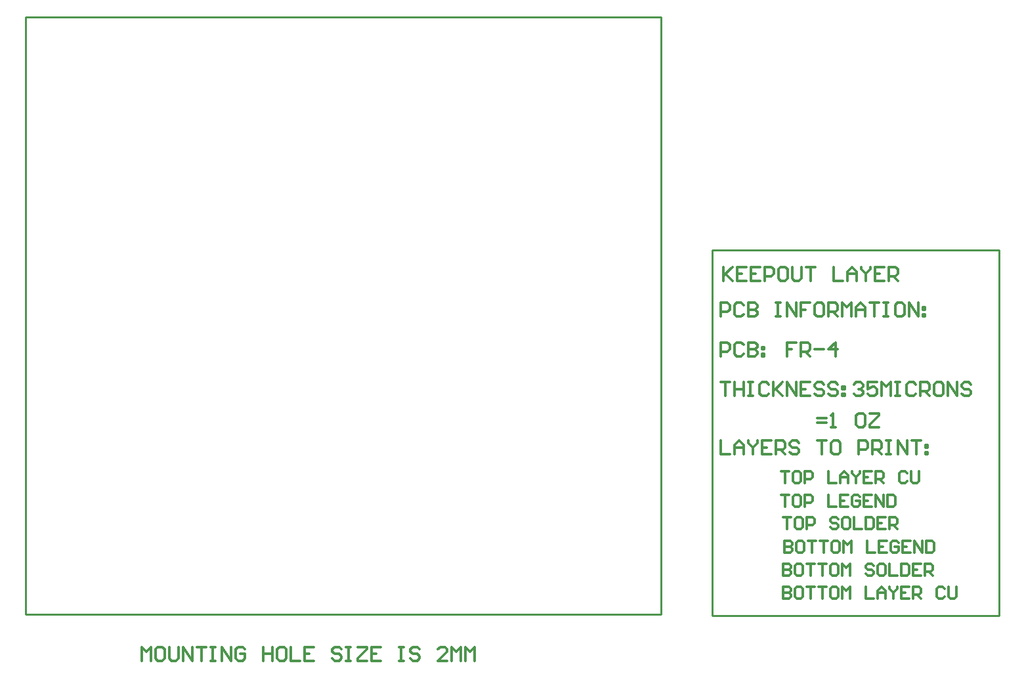
<source format=gko>
G04 Layer_Color=16711935*
%FSLAX25Y25*%
%MOIN*%
G70*
G01*
G75*
%ADD12C,0.01200*%
%ADD36C,0.01000*%
D12*
X59055Y-23622D02*
Y-16624D01*
X61388Y-18957D01*
X63720Y-16624D01*
Y-23622D01*
X69552Y-16624D02*
X67219D01*
X66053Y-17791D01*
Y-22456D01*
X67219Y-23622D01*
X69552D01*
X70718Y-22456D01*
Y-17791D01*
X69552Y-16624D01*
X73051D02*
Y-22456D01*
X74217Y-23622D01*
X76550D01*
X77716Y-22456D01*
Y-16624D01*
X80048Y-23622D02*
Y-16624D01*
X84714Y-23622D01*
Y-16624D01*
X87046D02*
X91711D01*
X89379D01*
Y-23622D01*
X94044Y-16624D02*
X96376D01*
X95210D01*
Y-23622D01*
X94044D01*
X96376D01*
X99875D02*
Y-16624D01*
X104540Y-23622D01*
Y-16624D01*
X111538Y-17791D02*
X110372Y-16624D01*
X108039D01*
X106873Y-17791D01*
Y-22456D01*
X108039Y-23622D01*
X110372D01*
X111538Y-22456D01*
Y-20123D01*
X109206D01*
X120869Y-16624D02*
Y-23622D01*
Y-20123D01*
X125534D01*
Y-16624D01*
Y-23622D01*
X131365Y-16624D02*
X129033D01*
X127866Y-17791D01*
Y-22456D01*
X129033Y-23622D01*
X131365D01*
X132531Y-22456D01*
Y-17791D01*
X131365Y-16624D01*
X134864D02*
Y-23622D01*
X139529D01*
X146527Y-16624D02*
X141862D01*
Y-23622D01*
X146527D01*
X141862Y-20123D02*
X144194D01*
X160522Y-17791D02*
X159356Y-16624D01*
X157024D01*
X155857Y-17791D01*
Y-18957D01*
X157024Y-20123D01*
X159356D01*
X160522Y-21290D01*
Y-22456D01*
X159356Y-23622D01*
X157024D01*
X155857Y-22456D01*
X162855Y-16624D02*
X165188D01*
X164021D01*
Y-23622D01*
X162855D01*
X165188D01*
X168686Y-16624D02*
X173352D01*
Y-17791D01*
X168686Y-22456D01*
Y-23622D01*
X173352D01*
X180349Y-16624D02*
X175684D01*
Y-23622D01*
X180349D01*
X175684Y-20123D02*
X178017D01*
X189680Y-16624D02*
X192012D01*
X190846D01*
Y-23622D01*
X189680D01*
X192012D01*
X200176Y-17791D02*
X199010Y-16624D01*
X196677D01*
X195511Y-17791D01*
Y-18957D01*
X196677Y-20123D01*
X199010D01*
X200176Y-21290D01*
Y-22456D01*
X199010Y-23622D01*
X196677D01*
X195511Y-22456D01*
X214172Y-23622D02*
X209507D01*
X214172Y-18957D01*
Y-17791D01*
X213005Y-16624D01*
X210673D01*
X209507Y-17791D01*
X216504Y-23622D02*
Y-16624D01*
X218837Y-18957D01*
X221169Y-16624D01*
Y-23622D01*
X223502D02*
Y-16624D01*
X225835Y-18957D01*
X228167Y-16624D01*
Y-23622D01*
X402045Y97406D02*
X406710D01*
X402045Y99739D02*
X406710D01*
X409043Y95073D02*
X411375D01*
X410209D01*
Y102071D01*
X409043Y100905D01*
X425371Y102071D02*
X423038D01*
X421872Y100905D01*
Y96240D01*
X423038Y95073D01*
X425371D01*
X426537Y96240D01*
Y100905D01*
X425371Y102071D01*
X428869D02*
X433535D01*
Y100905D01*
X428869Y96240D01*
Y95073D01*
X433535D01*
X354331Y176289D02*
Y169291D01*
Y171624D01*
X358996Y176289D01*
X355497Y172790D01*
X358996Y169291D01*
X365994Y176289D02*
X361329D01*
Y169291D01*
X365994D01*
X361329Y172790D02*
X363661D01*
X372991Y176289D02*
X368326D01*
Y169291D01*
X372991D01*
X368326Y172790D02*
X370659D01*
X375324Y169291D02*
Y176289D01*
X378823D01*
X379989Y175123D01*
Y172790D01*
X378823Y171624D01*
X375324D01*
X385821Y176289D02*
X383488D01*
X382322Y175123D01*
Y170458D01*
X383488Y169291D01*
X385821D01*
X386987Y170458D01*
Y175123D01*
X385821Y176289D01*
X389319D02*
Y170458D01*
X390486Y169291D01*
X392818D01*
X393985Y170458D01*
Y176289D01*
X396317D02*
X400982D01*
X398650D01*
Y169291D01*
X410313Y176289D02*
Y169291D01*
X414978D01*
X417310D02*
Y173957D01*
X419643Y176289D01*
X421976Y173957D01*
Y169291D01*
Y172790D01*
X417310D01*
X424308Y176289D02*
Y175123D01*
X426641Y172790D01*
X428973Y175123D01*
Y176289D01*
X426641Y172790D02*
Y169291D01*
X435971Y176289D02*
X431306D01*
Y169291D01*
X435971D01*
X431306Y172790D02*
X433638D01*
X438304Y169291D02*
Y176289D01*
X441803D01*
X442969Y175123D01*
Y172790D01*
X441803Y171624D01*
X438304D01*
X440636D02*
X442969Y169291D01*
X353061Y151196D02*
Y158194D01*
X356559D01*
X357726Y157028D01*
Y154695D01*
X356559Y153529D01*
X353061D01*
X364723Y157028D02*
X363557Y158194D01*
X361225D01*
X360058Y157028D01*
Y152363D01*
X361225Y151196D01*
X363557D01*
X364723Y152363D01*
X367056Y158194D02*
Y151196D01*
X370555D01*
X371721Y152363D01*
Y153529D01*
X370555Y154695D01*
X367056D01*
X370555D01*
X371721Y155861D01*
Y157028D01*
X370555Y158194D01*
X367056D01*
X381052D02*
X383384D01*
X382218D01*
Y151196D01*
X381052D01*
X383384D01*
X386883D02*
Y158194D01*
X391548Y151196D01*
Y158194D01*
X398546D02*
X393881D01*
Y154695D01*
X396213D01*
X393881D01*
Y151196D01*
X404377Y158194D02*
X402045D01*
X400878Y157028D01*
Y152363D01*
X402045Y151196D01*
X404377D01*
X405544Y152363D01*
Y157028D01*
X404377Y158194D01*
X407876Y151196D02*
Y158194D01*
X411375D01*
X412541Y157028D01*
Y154695D01*
X411375Y153529D01*
X407876D01*
X410209D02*
X412541Y151196D01*
X414874D02*
Y158194D01*
X417207Y155861D01*
X419539Y158194D01*
Y151196D01*
X421872D02*
Y155861D01*
X424204Y158194D01*
X426537Y155861D01*
Y151196D01*
Y154695D01*
X421872D01*
X428869Y158194D02*
X433535D01*
X431202D01*
Y151196D01*
X435867Y158194D02*
X438200D01*
X437034D01*
Y151196D01*
X435867D01*
X438200D01*
X445197Y158194D02*
X442865D01*
X441699Y157028D01*
Y152363D01*
X442865Y151196D01*
X445197D01*
X446364Y152363D01*
Y157028D01*
X445197Y158194D01*
X448696Y151196D02*
Y158194D01*
X453362Y151196D01*
Y158194D01*
X455694Y155861D02*
X456860D01*
Y154695D01*
X455694D01*
Y155861D01*
Y152363D02*
X456860D01*
Y151196D01*
X455694D01*
Y152363D01*
X353061Y117819D02*
X357726D01*
X355393D01*
Y110821D01*
X360058Y117819D02*
Y110821D01*
Y114320D01*
X364723D01*
Y117819D01*
Y110821D01*
X367056Y117819D02*
X369389D01*
X368222D01*
Y110821D01*
X367056D01*
X369389D01*
X377553Y116653D02*
X376386Y117819D01*
X374054D01*
X372888Y116653D01*
Y111988D01*
X374054Y110821D01*
X376386D01*
X377553Y111988D01*
X379885Y117819D02*
Y110821D01*
Y113154D01*
X384550Y117819D01*
X381052Y114320D01*
X384550Y110821D01*
X386883D02*
Y117819D01*
X391548Y110821D01*
Y117819D01*
X398546D02*
X393881D01*
Y110821D01*
X398546D01*
X393881Y114320D02*
X396213D01*
X405544Y116653D02*
X404377Y117819D01*
X402045D01*
X400878Y116653D01*
Y115487D01*
X402045Y114320D01*
X404377D01*
X405544Y113154D01*
Y111988D01*
X404377Y110821D01*
X402045D01*
X400878Y111988D01*
X412541Y116653D02*
X411375Y117819D01*
X409043D01*
X407876Y116653D01*
Y115487D01*
X409043Y114320D01*
X411375D01*
X412541Y113154D01*
Y111988D01*
X411375Y110821D01*
X409043D01*
X407876Y111988D01*
X414874Y115487D02*
X416040D01*
Y114320D01*
X414874D01*
Y115487D01*
Y111988D02*
X416040D01*
Y110821D01*
X414874D01*
Y111988D01*
X420706Y116653D02*
X421872Y117819D01*
X424204D01*
X425371Y116653D01*
Y115487D01*
X424204Y114320D01*
X423038D01*
X424204D01*
X425371Y113154D01*
Y111988D01*
X424204Y110821D01*
X421872D01*
X420706Y111988D01*
X432368Y117819D02*
X427703D01*
Y114320D01*
X430036Y115487D01*
X431202D01*
X432368Y114320D01*
Y111988D01*
X431202Y110821D01*
X428869D01*
X427703Y111988D01*
X434701Y110821D02*
Y117819D01*
X437034Y115487D01*
X439366Y117819D01*
Y110821D01*
X441699Y117819D02*
X444031D01*
X442865D01*
Y110821D01*
X441699D01*
X444031D01*
X452195Y116653D02*
X451029Y117819D01*
X448696D01*
X447530Y116653D01*
Y111988D01*
X448696Y110821D01*
X451029D01*
X452195Y111988D01*
X454528Y110821D02*
Y117819D01*
X458027D01*
X459193Y116653D01*
Y114320D01*
X458027Y113154D01*
X454528D01*
X456860D02*
X459193Y110821D01*
X465025Y117819D02*
X462692D01*
X461526Y116653D01*
Y111988D01*
X462692Y110821D01*
X465025D01*
X466191Y111988D01*
Y116653D01*
X465025Y117819D01*
X468523Y110821D02*
Y117819D01*
X473188Y110821D01*
Y117819D01*
X480186Y116653D02*
X479020Y117819D01*
X476687D01*
X475521Y116653D01*
Y115487D01*
X476687Y114320D01*
X479020D01*
X480186Y113154D01*
Y111988D01*
X479020Y110821D01*
X476687D01*
X475521Y111988D01*
X353061Y131009D02*
Y138007D01*
X356559D01*
X357726Y136840D01*
Y134508D01*
X356559Y133341D01*
X353061D01*
X364723Y136840D02*
X363557Y138007D01*
X361225D01*
X360058Y136840D01*
Y132175D01*
X361225Y131009D01*
X363557D01*
X364723Y132175D01*
X367056Y138007D02*
Y131009D01*
X370555D01*
X371721Y132175D01*
Y133341D01*
X370555Y134508D01*
X367056D01*
X370555D01*
X371721Y135674D01*
Y136840D01*
X370555Y138007D01*
X367056D01*
X374054Y135674D02*
X375220D01*
Y134508D01*
X374054D01*
Y135674D01*
Y132175D02*
X375220D01*
Y131009D01*
X374054D01*
Y132175D01*
X391548Y138007D02*
X386883D01*
Y134508D01*
X389216D01*
X386883D01*
Y131009D01*
X393881D02*
Y138007D01*
X397380D01*
X398546Y136840D01*
Y134508D01*
X397380Y133341D01*
X393881D01*
X396213D02*
X398546Y131009D01*
X400878Y134508D02*
X405544D01*
X411375Y131009D02*
Y138007D01*
X407876Y134508D01*
X412541D01*
X353150Y88100D02*
Y81102D01*
X357815D01*
X360147D02*
Y85768D01*
X362480Y88100D01*
X364812Y85768D01*
Y81102D01*
Y84601D01*
X360147D01*
X367145Y88100D02*
Y86934D01*
X369478Y84601D01*
X371810Y86934D01*
Y88100D01*
X369478Y84601D02*
Y81102D01*
X378808Y88100D02*
X374143D01*
Y81102D01*
X378808D01*
X374143Y84601D02*
X376475D01*
X381141Y81102D02*
Y88100D01*
X384639D01*
X385806Y86934D01*
Y84601D01*
X384639Y83435D01*
X381141D01*
X383473D02*
X385806Y81102D01*
X392804Y86934D02*
X391637Y88100D01*
X389305D01*
X388138Y86934D01*
Y85768D01*
X389305Y84601D01*
X391637D01*
X392804Y83435D01*
Y82269D01*
X391637Y81102D01*
X389305D01*
X388138Y82269D01*
X402134Y88100D02*
X406799D01*
X404466D01*
Y81102D01*
X412630Y88100D02*
X410298D01*
X409131Y86934D01*
Y82269D01*
X410298Y81102D01*
X412630D01*
X413797Y82269D01*
Y86934D01*
X412630Y88100D01*
X423127Y81102D02*
Y88100D01*
X426626D01*
X427792Y86934D01*
Y84601D01*
X426626Y83435D01*
X423127D01*
X430125Y81102D02*
Y88100D01*
X433624D01*
X434790Y86934D01*
Y84601D01*
X433624Y83435D01*
X430125D01*
X432457D02*
X434790Y81102D01*
X437122Y88100D02*
X439455D01*
X438289D01*
Y81102D01*
X437122D01*
X439455D01*
X442954D02*
Y88100D01*
X447619Y81102D01*
Y88100D01*
X449952D02*
X454617D01*
X452284D01*
Y81102D01*
X456949Y85768D02*
X458116D01*
Y84601D01*
X456949D01*
Y85768D01*
Y82269D02*
X458116D01*
Y81102D01*
X456949D01*
Y82269D01*
X384736Y13947D02*
Y7949D01*
X387735D01*
X388735Y8948D01*
Y9948D01*
X387735Y10948D01*
X384736D01*
X387735D01*
X388735Y11947D01*
Y12947D01*
X387735Y13947D01*
X384736D01*
X393733D02*
X391734D01*
X390734Y12947D01*
Y8948D01*
X391734Y7949D01*
X393733D01*
X394733Y8948D01*
Y12947D01*
X393733Y13947D01*
X396732D02*
X400731D01*
X398732D01*
Y7949D01*
X402730Y13947D02*
X406729D01*
X404730D01*
Y7949D01*
X411728Y13947D02*
X409728D01*
X408729Y12947D01*
Y8948D01*
X409728Y7949D01*
X411728D01*
X412727Y8948D01*
Y12947D01*
X411728Y13947D01*
X414726Y7949D02*
Y13947D01*
X416726Y11947D01*
X418725Y13947D01*
Y7949D01*
X426723Y13947D02*
Y7949D01*
X430721D01*
X432721D02*
Y11947D01*
X434720Y13947D01*
X436719Y11947D01*
Y7949D01*
Y10948D01*
X432721D01*
X438719Y13947D02*
Y12947D01*
X440718Y10948D01*
X442718Y12947D01*
Y13947D01*
X440718Y10948D02*
Y7949D01*
X448715Y13947D02*
X444717D01*
Y7949D01*
X448715D01*
X444717Y10948D02*
X446716D01*
X450715Y7949D02*
Y13947D01*
X453714D01*
X454714Y12947D01*
Y10948D01*
X453714Y9948D01*
X450715D01*
X452714D02*
X454714Y7949D01*
X466710Y12947D02*
X465710Y13947D01*
X463711D01*
X462711Y12947D01*
Y8948D01*
X463711Y7949D01*
X465710D01*
X466710Y8948D01*
X468709Y13947D02*
Y8948D01*
X469709Y7949D01*
X471708D01*
X472708Y8948D01*
Y13947D01*
X385433Y37100D02*
Y31102D01*
X388432D01*
X389432Y32102D01*
Y33102D01*
X388432Y34101D01*
X385433D01*
X388432D01*
X389432Y35101D01*
Y36101D01*
X388432Y37100D01*
X385433D01*
X394430D02*
X392431D01*
X391431Y36101D01*
Y32102D01*
X392431Y31102D01*
X394430D01*
X395430Y32102D01*
Y36101D01*
X394430Y37100D01*
X397429D02*
X401428D01*
X399429D01*
Y31102D01*
X403427Y37100D02*
X407426D01*
X405427D01*
Y31102D01*
X412424Y37100D02*
X410425D01*
X409425Y36101D01*
Y32102D01*
X410425Y31102D01*
X412424D01*
X413424Y32102D01*
Y36101D01*
X412424Y37100D01*
X415423Y31102D02*
Y37100D01*
X417423Y35101D01*
X419422Y37100D01*
Y31102D01*
X427420Y37100D02*
Y31102D01*
X431418D01*
X437416Y37100D02*
X433418D01*
Y31102D01*
X437416D01*
X433418Y34101D02*
X435417D01*
X443414Y36101D02*
X442415Y37100D01*
X440415D01*
X439416Y36101D01*
Y32102D01*
X440415Y31102D01*
X442415D01*
X443414Y32102D01*
Y34101D01*
X441415D01*
X449412Y37100D02*
X445414D01*
Y31102D01*
X449412D01*
X445414Y34101D02*
X447413D01*
X451412Y31102D02*
Y37100D01*
X455410Y31102D01*
Y37100D01*
X457410D02*
Y31102D01*
X460409D01*
X461409Y32102D01*
Y36101D01*
X460409Y37100D01*
X457410D01*
X383858Y72534D02*
X387857D01*
X385858D01*
Y66535D01*
X392855Y72534D02*
X390856D01*
X389856Y71534D01*
Y67535D01*
X390856Y66535D01*
X392855D01*
X393855Y67535D01*
Y71534D01*
X392855Y72534D01*
X395854Y66535D02*
Y72534D01*
X398853D01*
X399853Y71534D01*
Y69534D01*
X398853Y68535D01*
X395854D01*
X407851Y72534D02*
Y66535D01*
X411849D01*
X413849D02*
Y70534D01*
X415848Y72534D01*
X417847Y70534D01*
Y66535D01*
Y69534D01*
X413849D01*
X419847Y72534D02*
Y71534D01*
X421846Y69534D01*
X423845Y71534D01*
Y72534D01*
X421846Y69534D02*
Y66535D01*
X429843Y72534D02*
X425845D01*
Y66535D01*
X429843D01*
X425845Y69534D02*
X427844D01*
X431843Y66535D02*
Y72534D01*
X434842D01*
X435842Y71534D01*
Y69534D01*
X434842Y68535D01*
X431843D01*
X433842D02*
X435842Y66535D01*
X447838Y71534D02*
X446838Y72534D01*
X444839D01*
X443839Y71534D01*
Y67535D01*
X444839Y66535D01*
X446838D01*
X447838Y67535D01*
X449837Y72534D02*
Y67535D01*
X450837Y66535D01*
X452836D01*
X453836Y67535D01*
Y72534D01*
X384646Y49305D02*
X388644D01*
X386645D01*
Y43307D01*
X393643Y49305D02*
X391643D01*
X390644Y48305D01*
Y44307D01*
X391643Y43307D01*
X393643D01*
X394642Y44307D01*
Y48305D01*
X393643Y49305D01*
X396642Y43307D02*
Y49305D01*
X399641D01*
X400640Y48305D01*
Y46306D01*
X399641Y45306D01*
X396642D01*
X412637Y48305D02*
X411637Y49305D01*
X409638D01*
X408638Y48305D01*
Y47306D01*
X409638Y46306D01*
X411637D01*
X412637Y45306D01*
Y44307D01*
X411637Y43307D01*
X409638D01*
X408638Y44307D01*
X417635Y49305D02*
X415636D01*
X414636Y48305D01*
Y44307D01*
X415636Y43307D01*
X417635D01*
X418635Y44307D01*
Y48305D01*
X417635Y49305D01*
X420634D02*
Y43307D01*
X424633D01*
X426632Y49305D02*
Y43307D01*
X429631D01*
X430631Y44307D01*
Y48305D01*
X429631Y49305D01*
X426632D01*
X436629D02*
X432630D01*
Y43307D01*
X436629D01*
X432630Y46306D02*
X434629D01*
X438628Y43307D02*
Y49305D01*
X441627D01*
X442627Y48305D01*
Y46306D01*
X441627Y45306D01*
X438628D01*
X440628D02*
X442627Y43307D01*
X384646Y25683D02*
Y19685D01*
X387645D01*
X388644Y20685D01*
Y21684D01*
X387645Y22684D01*
X384646D01*
X387645D01*
X388644Y23684D01*
Y24683D01*
X387645Y25683D01*
X384646D01*
X393643D02*
X391643D01*
X390644Y24683D01*
Y20685D01*
X391643Y19685D01*
X393643D01*
X394642Y20685D01*
Y24683D01*
X393643Y25683D01*
X396642D02*
X400640D01*
X398641D01*
Y19685D01*
X402640Y25683D02*
X406639D01*
X404639D01*
Y19685D01*
X411637Y25683D02*
X409638D01*
X408638Y24683D01*
Y20685D01*
X409638Y19685D01*
X411637D01*
X412637Y20685D01*
Y24683D01*
X411637Y25683D01*
X414636Y19685D02*
Y25683D01*
X416635Y23684D01*
X418635Y25683D01*
Y19685D01*
X430631Y24683D02*
X429631Y25683D01*
X427632D01*
X426632Y24683D01*
Y23684D01*
X427632Y22684D01*
X429631D01*
X430631Y21684D01*
Y20685D01*
X429631Y19685D01*
X427632D01*
X426632Y20685D01*
X435629Y25683D02*
X433630D01*
X432630Y24683D01*
Y20685D01*
X433630Y19685D01*
X435629D01*
X436629Y20685D01*
Y24683D01*
X435629Y25683D01*
X438628D02*
Y19685D01*
X442627D01*
X444626Y25683D02*
Y19685D01*
X447625D01*
X448625Y20685D01*
Y24683D01*
X447625Y25683D01*
X444626D01*
X454623D02*
X450624D01*
Y19685D01*
X454623D01*
X450624Y22684D02*
X452624D01*
X456622Y19685D02*
Y25683D01*
X459621D01*
X460621Y24683D01*
Y22684D01*
X459621Y21684D01*
X456622D01*
X458622D02*
X460621Y19685D01*
X383858Y60723D02*
X387857D01*
X385858D01*
Y54724D01*
X392855Y60723D02*
X390856D01*
X389856Y59723D01*
Y55724D01*
X390856Y54724D01*
X392855D01*
X393855Y55724D01*
Y59723D01*
X392855Y60723D01*
X395854Y54724D02*
Y60723D01*
X398853D01*
X399853Y59723D01*
Y57723D01*
X398853Y56724D01*
X395854D01*
X407851Y60723D02*
Y54724D01*
X411849D01*
X417847Y60723D02*
X413849D01*
Y54724D01*
X417847D01*
X413849Y57723D02*
X415848D01*
X423845Y59723D02*
X422846Y60723D01*
X420846D01*
X419847Y59723D01*
Y55724D01*
X420846Y54724D01*
X422846D01*
X423845Y55724D01*
Y57723D01*
X421846D01*
X429843Y60723D02*
X425845D01*
Y54724D01*
X429843D01*
X425845Y57723D02*
X427844D01*
X431843Y54724D02*
Y60723D01*
X435841Y54724D01*
Y60723D01*
X437841D02*
Y54724D01*
X440840D01*
X441840Y55724D01*
Y59723D01*
X440840Y60723D01*
X437841D01*
D36*
X348673Y-850D02*
Y185039D01*
Y-850D02*
X494343D01*
Y185039D01*
X348673D02*
X494343D01*
X0Y0D02*
X7874D01*
X0D02*
Y303150D01*
X322835D01*
Y0D02*
Y303150D01*
X7874Y0D02*
X322835D01*
M02*

</source>
